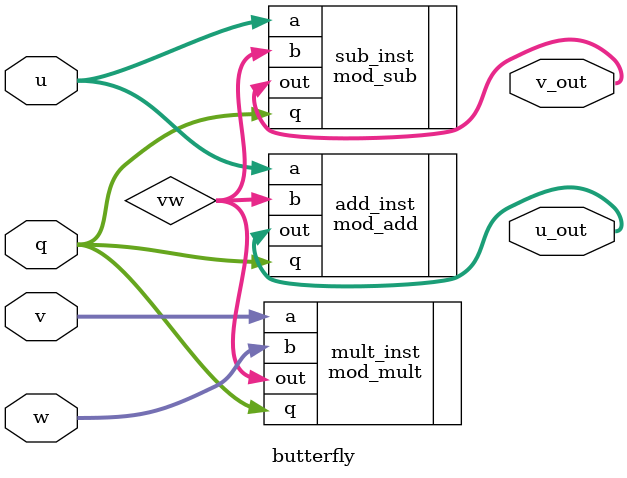
<source format=v>
module butterfly (
    input  wire [63:0] u,
    input  wire [63:0] v,
    input  wire [63:0] w, // Twiddle factor
    input  wire [63:0] q,
    output wire [63:0] u_out,
    output wire [63:0] v_out
);
    // 1. Умножение V * W
    wire [63:0] vw;
    mod_mult mult_inst (
        .a(v), .b(w), .q(q), .out(vw)
    );

    // 2. Верхнее крыло: U + VW
    mod_add add_inst (
        .a(u), .b(vw), .q(q), .out(u_out)
    );

    // 3. Нижнее крыло: U - VW
    mod_sub sub_inst (
        .a(u), .b(vw), .q(q), .out(v_out)
    );
endmodule

</source>
